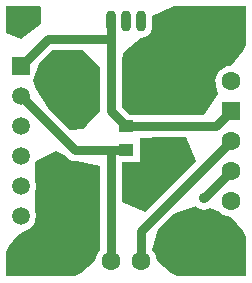
<source format=gbl>
G04 Layer_Physical_Order=2*
G04 Layer_Color=16711680*
%FSLAX24Y24*%
%MOIN*%
G70*
G01*
G75*
%ADD10C,0.0315*%
%ADD11C,0.0630*%
%ADD12R,0.0630X0.0630*%
%ADD13O,0.0360X0.0700*%
%ADD14C,0.0591*%
%ADD15R,0.0591X0.0591*%
%ADD16C,0.0360*%
%ADD17R,0.0500X0.0400*%
G36*
X6342Y3852D02*
X4648Y2158D01*
X3861Y2484D01*
Y3800D01*
X4450D01*
Y4007D01*
X4450Y4384D01*
Y4600D01*
X5221Y4639D01*
X6016D01*
X6342Y3852D01*
D02*
G37*
G36*
X6415Y2274D02*
X6415D01*
X6507Y2236D01*
X6606Y2223D01*
X6606Y2223D01*
X6705Y2236D01*
X6705D01*
X6798Y2274D01*
X7133Y2133D01*
X7240Y2050D01*
X7366Y1998D01*
X7500Y1981D01*
X7500Y1981D01*
X7896Y1496D01*
X8000Y1297D01*
Y0D01*
X5703D01*
X5504Y104D01*
X5019Y500D01*
X5002Y634D01*
X4950Y760D01*
Y760D01*
X4936Y778D01*
X4867Y867D01*
Y867D01*
X5077Y1567D01*
X5585Y2075D01*
X5672Y2118D01*
X6335Y2335D01*
X6415Y2274D01*
D02*
G37*
G36*
X1988Y4002D02*
X2045Y3945D01*
X2120Y3888D01*
X2207Y3852D01*
X2300Y3839D01*
X2352Y3839D01*
X3139Y3678D01*
Y910D01*
Y872D01*
X3133Y867D01*
X3064Y778D01*
X3050Y760D01*
Y760D01*
X2998Y634D01*
X2981Y500D01*
X2496Y104D01*
X2297Y0D01*
X0D01*
Y819D01*
X109Y1024D01*
X388Y1365D01*
X629Y1517D01*
X750Y1567D01*
X795Y1602D01*
X853Y1647D01*
X888Y1692D01*
X933Y1750D01*
X954Y1803D01*
X983Y1871D01*
X1000Y2000D01*
X995Y2042D01*
X983Y2182D01*
Y2500D01*
Y2818D01*
X995Y2958D01*
X1000Y3000D01*
X995Y3042D01*
X983Y3182D01*
Y3500D01*
Y3818D01*
X985Y3844D01*
X1662Y4178D01*
X1988Y4002D01*
D02*
G37*
G36*
X1159Y8956D02*
X1162Y8416D01*
X491Y7920D01*
X2Y8123D01*
X0Y8139D01*
Y9000D01*
X1149D01*
X1159Y8956D01*
D02*
G37*
G36*
X8000Y9000D02*
Y7703D01*
X7896Y7504D01*
X7500Y7019D01*
X7366Y7002D01*
X7366Y7002D01*
X7261Y6958D01*
X7261Y6958D01*
X7240Y6950D01*
X7240Y6950D01*
X7151Y6881D01*
X7133Y6867D01*
X7064Y6778D01*
X7050Y6760D01*
X6998Y6634D01*
X6995Y6612D01*
X6981Y6500D01*
X6981Y6500D01*
X6984Y6478D01*
X6998Y6366D01*
X6998Y6366D01*
X6998Y6366D01*
X7002Y6346D01*
X7057Y6063D01*
X6602Y5361D01*
X4149D01*
X3861Y5649D01*
Y7171D01*
X3907Y7431D01*
X3970Y7520D01*
X4500Y7947D01*
X4599Y7960D01*
X4692Y7998D01*
X4771Y8059D01*
X4771D01*
X4832Y8138D01*
X4832D01*
X4870Y8231D01*
X4870D01*
X4883Y8330D01*
X4883Y8670D01*
X5535Y8980D01*
X5598Y9000D01*
X8000D01*
X8000Y9000D01*
D02*
G37*
G36*
X3139Y6989D02*
Y5500D01*
X2692Y5026D01*
X2561Y4918D01*
X2132Y4878D01*
X1700Y5310D01*
X1395Y5615D01*
X1005Y6240D01*
X915Y6538D01*
X1095Y7071D01*
X1111Y7101D01*
X1556Y7546D01*
X2583D01*
X3139Y6989D01*
D02*
G37*
G54D10*
X3500Y5500D02*
Y7906D01*
Y4200D02*
X4000D01*
X2300D02*
X3500D01*
X4500Y500D02*
Y1500D01*
X7500Y4500D01*
X4000Y5000D02*
X7000D01*
X7500Y5500D01*
X3500D02*
X4000Y5000D01*
X6606Y2606D02*
X7500Y3500D01*
X3500Y500D02*
Y4200D01*
X500Y6000D02*
X2300Y4200D01*
X3500Y7906D02*
Y8500D01*
X1406Y7906D02*
X3500D01*
X500Y7000D02*
X1406Y7906D01*
G54D11*
X7500Y6500D02*
D03*
Y4500D02*
D03*
Y3500D02*
D03*
Y2500D02*
D03*
X4500Y500D02*
D03*
X3500D02*
D03*
G54D12*
X7500Y5500D02*
D03*
G54D13*
X3500Y8500D02*
D03*
X4500D02*
D03*
X4000D02*
D03*
G54D14*
X500Y2000D02*
D03*
Y3000D02*
D03*
Y4000D02*
D03*
Y5000D02*
D03*
Y6000D02*
D03*
G54D15*
Y7000D02*
D03*
G54D16*
X6606Y2606D02*
D03*
G54D17*
X4000Y5000D02*
D03*
Y4200D02*
D03*
M02*

</source>
